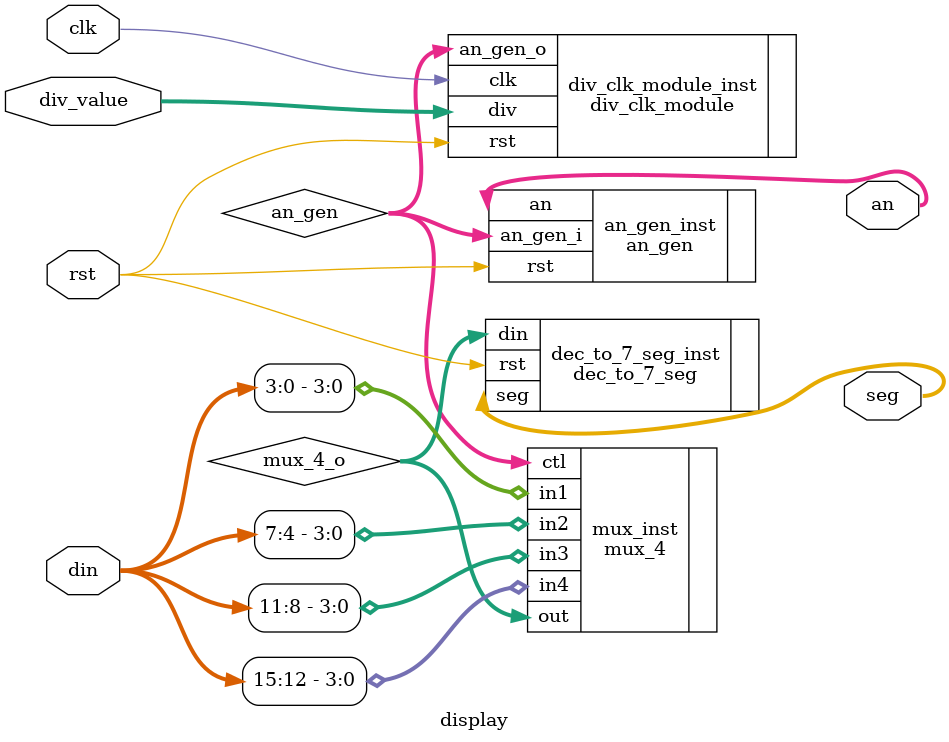
<source format=v>
/**
 * @Author: German Cano Quiveu <germancq>
 * @Date:   2019-03-01T13:39:19+01:00
 * @Email:  germancq@dte.us.es
 * @Filename: display.v
 * @Last modified by:   germancq
 * @Last modified time: 2019-03-01T15:40:34+01:00
 */
module display(
  input clk,
  input rst,
  input [5:0] div_value,
  input [15:0] din,
  output [3:0] an,
  output [6:0] seg
  );

wire [1:0] an_gen;
div_clk_module div_clk_module_inst(
  .clk(clk),
  .rst(rst),
  .div(div_value),
  .an_gen_o(an_gen)
  );

wire [3:0] mux_4_o;
mux_4 mux_inst(
  .in1(din[3:0]),
 	.in2(din[7:4]),
  .in3(din[11:8]),
  .in4(din[15:12]),
 	.out(mux_4_o),
 	.ctl(an_gen)
  );

dec_to_7_seg dec_to_7_seg_inst(
  .rst(rst),
  .din(mux_4_o),
  .seg(seg)
  );

an_gen an_gen_inst(
  .rst(rst),
  .an_gen_i(an_gen),
  .an(an)
  );

endmodule

</source>
